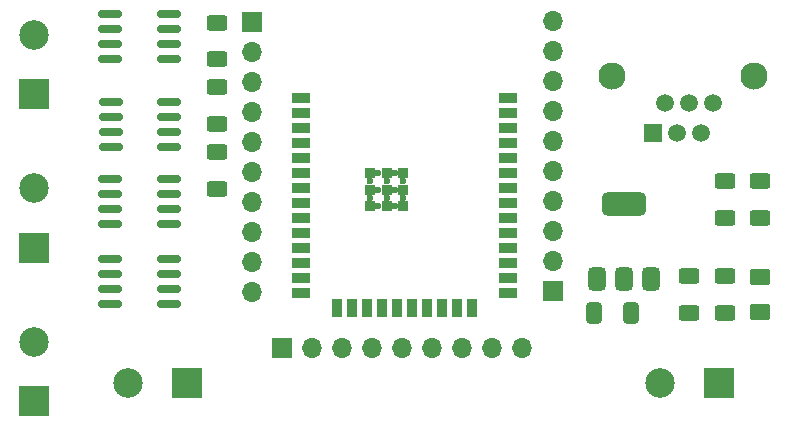
<source format=gbr>
%TF.GenerationSoftware,KiCad,Pcbnew,8.0.1*%
%TF.CreationDate,2024-04-27T11:46:24+02:00*%
%TF.ProjectId,driver_v2,64726976-6572-45f7-9632-2e6b69636164,rev?*%
%TF.SameCoordinates,Original*%
%TF.FileFunction,Soldermask,Top*%
%TF.FilePolarity,Negative*%
%FSLAX46Y46*%
G04 Gerber Fmt 4.6, Leading zero omitted, Abs format (unit mm)*
G04 Created by KiCad (PCBNEW 8.0.1) date 2024-04-27 11:46:24*
%MOMM*%
%LPD*%
G01*
G04 APERTURE LIST*
G04 Aperture macros list*
%AMRoundRect*
0 Rectangle with rounded corners*
0 $1 Rounding radius*
0 $2 $3 $4 $5 $6 $7 $8 $9 X,Y pos of 4 corners*
0 Add a 4 corners polygon primitive as box body*
4,1,4,$2,$3,$4,$5,$6,$7,$8,$9,$2,$3,0*
0 Add four circle primitives for the rounded corners*
1,1,$1+$1,$2,$3*
1,1,$1+$1,$4,$5*
1,1,$1+$1,$6,$7*
1,1,$1+$1,$8,$9*
0 Add four rect primitives between the rounded corners*
20,1,$1+$1,$2,$3,$4,$5,0*
20,1,$1+$1,$4,$5,$6,$7,0*
20,1,$1+$1,$6,$7,$8,$9,0*
20,1,$1+$1,$8,$9,$2,$3,0*%
G04 Aperture macros list end*
%ADD10RoundRect,0.150000X0.825000X0.150000X-0.825000X0.150000X-0.825000X-0.150000X0.825000X-0.150000X0*%
%ADD11RoundRect,0.250000X0.412500X0.650000X-0.412500X0.650000X-0.412500X-0.650000X0.412500X-0.650000X0*%
%ADD12RoundRect,0.250000X0.625000X-0.400000X0.625000X0.400000X-0.625000X0.400000X-0.625000X-0.400000X0*%
%ADD13R,1.700000X1.700000*%
%ADD14O,1.700000X1.700000*%
%ADD15RoundRect,0.250000X-0.625000X0.400000X-0.625000X-0.400000X0.625000X-0.400000X0.625000X0.400000X0*%
%ADD16R,2.500000X2.500000*%
%ADD17C,2.500000*%
%ADD18RoundRect,0.250001X-0.624999X0.462499X-0.624999X-0.462499X0.624999X-0.462499X0.624999X0.462499X0*%
%ADD19R,1.500000X0.900000*%
%ADD20R,0.900000X1.500000*%
%ADD21R,0.900000X0.900000*%
%ADD22C,0.600000*%
%ADD23RoundRect,0.375000X0.375000X-0.625000X0.375000X0.625000X-0.375000X0.625000X-0.375000X-0.625000X0*%
%ADD24RoundRect,0.500000X1.400000X-0.500000X1.400000X0.500000X-1.400000X0.500000X-1.400000X-0.500000X0*%
%ADD25C,2.300000*%
%ADD26R,1.520000X1.520000*%
%ADD27C,1.520000*%
G04 APERTURE END LIST*
D10*
%TO.C,IC5*%
X120950000Y-84810000D03*
X120950000Y-83540000D03*
X120950000Y-82270000D03*
X120950000Y-81000000D03*
X116000000Y-81000000D03*
X116000000Y-82270000D03*
X116000000Y-83540000D03*
X116000000Y-84810000D03*
%TD*%
D11*
%TO.C,C1*%
X160062500Y-85500000D03*
X156937500Y-85500000D03*
%TD*%
D10*
%TO.C,IC3*%
X120975000Y-71500000D03*
X120975000Y-70230000D03*
X120975000Y-68960000D03*
X120975000Y-67690000D03*
X116025000Y-67690000D03*
X116025000Y-68960000D03*
X116025000Y-70230000D03*
X116025000Y-71500000D03*
%TD*%
D12*
%TO.C,R7*%
X125000000Y-75050000D03*
X125000000Y-71950000D03*
%TD*%
D13*
%TO.C,J4*%
X130500000Y-88500000D03*
D14*
X133040000Y-88500000D03*
X135580000Y-88500000D03*
X138120000Y-88500000D03*
X140660000Y-88500000D03*
X143200000Y-88500000D03*
X145740000Y-88500000D03*
X148280000Y-88500000D03*
X150820000Y-88500000D03*
%TD*%
D13*
%TO.C,J3*%
X153500000Y-83660000D03*
D14*
X153500000Y-81120000D03*
X153500000Y-78580000D03*
X153500000Y-76040000D03*
X153500000Y-73500000D03*
X153500000Y-70960000D03*
X153500000Y-68420000D03*
X153500000Y-65880000D03*
X153500000Y-63340000D03*
X153500000Y-60800000D03*
%TD*%
D15*
%TO.C,R2*%
X168000000Y-74400000D03*
X168000000Y-77500000D03*
%TD*%
D16*
%TO.C,M2*%
X109500000Y-80000000D03*
D17*
X109500000Y-75000000D03*
%TD*%
D12*
%TO.C,R4*%
X125000000Y-64050000D03*
X125000000Y-60950000D03*
%TD*%
%TO.C,R6*%
X125000000Y-69500000D03*
X125000000Y-66400000D03*
%TD*%
D18*
%TO.C,LED*%
X171000000Y-82462500D03*
X171000000Y-85437500D03*
%TD*%
D19*
%TO.C,IC1*%
X132150000Y-67380000D03*
X132150000Y-68650000D03*
X132150000Y-69920000D03*
X132150000Y-71190000D03*
X132150000Y-72460000D03*
X132150000Y-73730000D03*
X132150000Y-75000000D03*
X132150000Y-76270000D03*
X132150000Y-77540000D03*
X132150000Y-78810000D03*
X132150000Y-80080000D03*
X132150000Y-81350000D03*
X132150000Y-82620000D03*
X132150000Y-83890000D03*
D20*
X135185000Y-85140000D03*
X136455000Y-85140000D03*
X137725000Y-85140000D03*
X138995000Y-85140000D03*
X140265000Y-85140000D03*
X141535000Y-85140000D03*
X142805000Y-85140000D03*
X144075000Y-85140000D03*
X145345000Y-85140000D03*
X146615000Y-85140000D03*
D19*
X149650000Y-83890000D03*
X149650000Y-82620000D03*
X149650000Y-81350000D03*
X149650000Y-80080000D03*
X149650000Y-78810000D03*
X149650000Y-77540000D03*
X149650000Y-76270000D03*
X149650000Y-75000000D03*
X149650000Y-73730000D03*
X149650000Y-72460000D03*
X149650000Y-71190000D03*
X149650000Y-69920000D03*
X149650000Y-68650000D03*
X149650000Y-67380000D03*
D21*
X138000000Y-73700000D03*
D22*
X138000000Y-74400000D03*
D21*
X138000000Y-75100000D03*
D22*
X138000000Y-75800000D03*
D21*
X138000000Y-76500000D03*
D22*
X138700000Y-73700000D03*
X138700000Y-75100000D03*
X138700000Y-76500000D03*
D21*
X139400000Y-73700000D03*
D22*
X139400000Y-74400000D03*
D21*
X139400000Y-75100000D03*
D22*
X139400000Y-75800000D03*
D21*
X139400000Y-76500000D03*
D22*
X140100000Y-73700000D03*
X140100000Y-75100000D03*
X140100000Y-76500000D03*
D21*
X140800000Y-73700000D03*
D22*
X140800000Y-74400000D03*
D21*
X140800000Y-75100000D03*
D22*
X140800000Y-75800000D03*
D21*
X140800000Y-76500000D03*
%TD*%
D15*
%TO.C,R3*%
X168000000Y-82400000D03*
X168000000Y-85500000D03*
%TD*%
D16*
%TO.C,BAT*%
X167500000Y-91500000D03*
D17*
X162500000Y-91500000D03*
%TD*%
D23*
%TO.C,U1*%
X157200000Y-82650000D03*
X159500000Y-82650000D03*
D24*
X159500000Y-76350000D03*
D23*
X161800000Y-82650000D03*
%TD*%
D12*
%TO.C,R5*%
X165000000Y-85550000D03*
X165000000Y-82450000D03*
%TD*%
D25*
%TO.C,RJ12*%
X170500000Y-65500000D03*
X158500000Y-65500000D03*
D26*
X161950000Y-70340000D03*
D27*
X162970000Y-67800000D03*
X163990000Y-70340000D03*
X165010000Y-67800000D03*
X166030000Y-70340000D03*
X167050000Y-67800000D03*
%TD*%
D13*
%TO.C,J2*%
X128000000Y-60880000D03*
D14*
X128000000Y-63420000D03*
X128000000Y-65960000D03*
X128000000Y-68500000D03*
X128000000Y-71040000D03*
X128000000Y-73580000D03*
X128000000Y-76120000D03*
X128000000Y-78660000D03*
X128000000Y-81200000D03*
X128000000Y-83740000D03*
%TD*%
D10*
%TO.C,IC2*%
X120950000Y-64000000D03*
X120950000Y-62730000D03*
X120950000Y-61460000D03*
X120950000Y-60190000D03*
X116000000Y-60190000D03*
X116000000Y-61460000D03*
X116000000Y-62730000D03*
X116000000Y-64000000D03*
%TD*%
D16*
%TO.C,M4*%
X122500000Y-91500000D03*
D17*
X117500000Y-91500000D03*
%TD*%
D16*
%TO.C,M3*%
X109500000Y-93000000D03*
D17*
X109500000Y-88000000D03*
%TD*%
D10*
%TO.C,IC4*%
X120950000Y-78000000D03*
X120950000Y-76730000D03*
X120950000Y-75460000D03*
X120950000Y-74190000D03*
X116000000Y-74190000D03*
X116000000Y-75460000D03*
X116000000Y-76730000D03*
X116000000Y-78000000D03*
%TD*%
D16*
%TO.C,M1*%
X109500000Y-67000000D03*
D17*
X109500000Y-62000000D03*
%TD*%
D15*
%TO.C,R1*%
X171000000Y-74400000D03*
X171000000Y-77500000D03*
%TD*%
M02*

</source>
